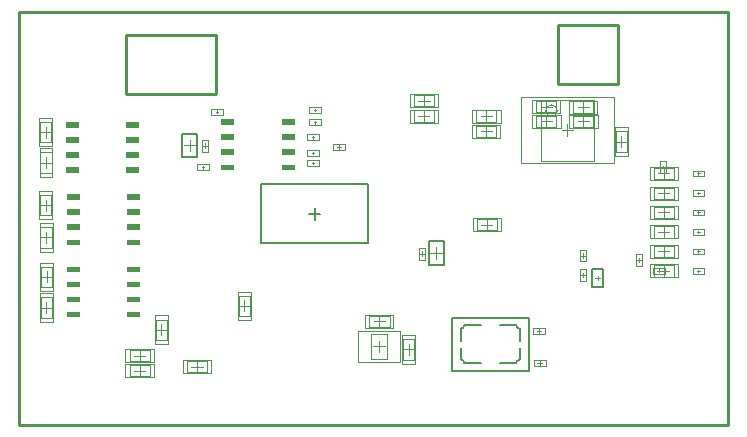
<source format=gm1>
G04*
G04 #@! TF.GenerationSoftware,Altium Limited,Altium Designer,18.0.12 (696)*
G04*
G04 Layer_Color=16711935*
%FSLAX44Y44*%
%MOMM*%
G71*
G01*
G75*
%ADD14C,0.2540*%
%ADD15C,0.2000*%
%ADD19C,0.1270*%
%ADD20C,0.1000*%
%ADD21C,0.0500*%
G36*
X233180Y253840D02*
X222198D01*
Y258759D01*
X233180D01*
Y253840D01*
D02*
G37*
G36*
X182180D02*
X171085D01*
Y258806D01*
X182180D01*
Y253840D01*
D02*
G37*
G36*
X101704Y251804D02*
X90722D01*
Y256723D01*
X101704D01*
Y251804D01*
D02*
G37*
G36*
X50704D02*
X39609D01*
Y256770D01*
X50704D01*
Y251804D01*
D02*
G37*
G36*
X233180Y241140D02*
X222216D01*
Y246056D01*
X233180D01*
Y241140D01*
D02*
G37*
G36*
X182180D02*
X171096D01*
Y246064D01*
X182180D01*
Y241140D01*
D02*
G37*
G36*
X101704Y239104D02*
X90740D01*
Y244020D01*
X101704D01*
Y239104D01*
D02*
G37*
G36*
X50704D02*
X39620D01*
Y244028D01*
X50704D01*
Y239104D01*
D02*
G37*
G36*
X233180Y228440D02*
X222227D01*
Y233331D01*
X233180D01*
Y228440D01*
D02*
G37*
G36*
X182180D02*
X171150D01*
Y233336D01*
X182180D01*
Y228440D01*
D02*
G37*
G36*
X101704Y226404D02*
X90751D01*
Y231295D01*
X101704D01*
Y226404D01*
D02*
G37*
G36*
X50704D02*
X39674D01*
Y231300D01*
X50704D01*
Y226404D01*
D02*
G37*
G36*
X233180Y215740D02*
X222219D01*
Y220607D01*
X233180D01*
Y215740D01*
D02*
G37*
G36*
X182180D02*
X171150D01*
Y220624D01*
X182180D01*
Y215740D01*
D02*
G37*
G36*
X101704Y213704D02*
X90743D01*
Y218571D01*
X101704D01*
Y213704D01*
D02*
G37*
G36*
X50704D02*
X39674D01*
Y218588D01*
X50704D01*
Y213704D01*
D02*
G37*
G36*
X102212Y190336D02*
X91230D01*
Y195255D01*
X102212D01*
Y190336D01*
D02*
G37*
G36*
X51212D02*
X40117D01*
Y195302D01*
X51212D01*
Y190336D01*
D02*
G37*
G36*
X102212Y177636D02*
X91248D01*
Y182552D01*
X102212D01*
Y177636D01*
D02*
G37*
G36*
X51212D02*
X40128D01*
Y182560D01*
X51212D01*
Y177636D01*
D02*
G37*
G36*
X102212Y164936D02*
X91259D01*
Y169827D01*
X102212D01*
Y164936D01*
D02*
G37*
G36*
X51212D02*
X40182D01*
Y169832D01*
X51212D01*
Y164936D01*
D02*
G37*
G36*
X102212Y152236D02*
X91251D01*
Y157103D01*
X102212D01*
Y152236D01*
D02*
G37*
G36*
X51212D02*
X40182D01*
Y157120D01*
X51212D01*
Y152236D01*
D02*
G37*
G36*
X102356Y129204D02*
X91374D01*
Y134123D01*
X102356D01*
Y129204D01*
D02*
G37*
G36*
X51356D02*
X40261D01*
Y134170D01*
X51356D01*
Y129204D01*
D02*
G37*
G36*
X102356Y116504D02*
X91392D01*
Y121420D01*
X102356D01*
Y116504D01*
D02*
G37*
G36*
X51356D02*
X40272D01*
Y121428D01*
X51356D01*
Y116504D01*
D02*
G37*
G36*
X102356Y103804D02*
X91403D01*
Y108695D01*
X102356D01*
Y103804D01*
D02*
G37*
G36*
X51356D02*
X40326D01*
Y108700D01*
X51356D01*
Y103804D01*
D02*
G37*
G36*
X102356Y91104D02*
X91395D01*
Y95971D01*
X102356D01*
Y91104D01*
D02*
G37*
G36*
X51356D02*
X40326D01*
Y95988D01*
X51356D01*
Y91104D01*
D02*
G37*
D14*
X166190Y280468D02*
Y330252D01*
X89990D02*
X166190D01*
X89990Y280468D02*
Y330252D01*
Y280468D02*
X166190D01*
X455930Y338836D02*
X506730D01*
Y289052D02*
Y338836D01*
X455930Y289052D02*
X506730D01*
X455930D02*
Y338836D01*
X166190Y280468D02*
Y330252D01*
X89990D02*
X166190D01*
X89990Y280468D02*
Y330252D01*
Y280468D02*
X166190D01*
X455930Y338836D02*
X506730D01*
Y289052D02*
Y338836D01*
X455930Y289052D02*
X506730D01*
X455930D02*
Y338836D01*
X0Y0D02*
X600000D01*
X0D02*
Y350000D01*
X600000D01*
Y0D02*
Y350000D01*
D15*
X346810Y135796D02*
X359310D01*
Y155796D01*
X346810D02*
X359310D01*
X346810Y135796D02*
Y155796D01*
X205000Y153900D02*
X225000D01*
X205000D02*
Y203900D01*
X295000D01*
Y153900D02*
Y203900D01*
X225000Y153900D02*
X295000D01*
X150522Y226728D02*
Y246728D01*
X138022Y226728D02*
X150522D01*
X138022D02*
Y246728D01*
X150522D01*
X485307Y116710D02*
X493807D01*
Y132210D01*
X485307D02*
X493807D01*
X485307Y116710D02*
Y132210D01*
X250000Y173900D02*
Y183900D01*
Y178900D02*
Y183900D01*
X245000Y178900D02*
X250000D01*
X245000D02*
X255000D01*
D19*
X423780Y55580D02*
G03*
X420780Y52580I0J-3000D01*
G01*
X376780D02*
G03*
X373780Y55580I-3000J0D01*
G01*
X420780Y84580D02*
G03*
X423780Y81580I3000J0D01*
G01*
X373780D02*
G03*
X376780Y84580I0J3000D01*
G01*
X366280Y46080D02*
Y91080D01*
X431280D01*
Y46080D02*
Y91080D01*
X366280Y46080D02*
X431280D01*
X423780Y55580D02*
Y65580D01*
X406780Y52580D02*
X420780D01*
X376780D02*
X390780D01*
X373780Y55580D02*
Y65580D01*
X423780Y71580D02*
Y81580D01*
X406780Y84580D02*
X420780D01*
X376780D02*
X390780D01*
X373780Y71580D02*
Y81580D01*
X423780Y55580D02*
G03*
X420780Y52580I0J-3000D01*
G01*
X376780D02*
G03*
X373780Y55580I-3000J0D01*
G01*
X420780Y84580D02*
G03*
X423780Y81580I3000J0D01*
G01*
X373780D02*
G03*
X376780Y84580I0J3000D01*
G01*
X366280Y46080D02*
Y91080D01*
X431280D01*
Y46080D02*
Y91080D01*
X366280Y46080D02*
X431280D01*
X423780Y55580D02*
Y65580D01*
X406780Y52580D02*
X420780D01*
X376780D02*
X390780D01*
X373780Y55580D02*
Y65580D01*
X423780Y71580D02*
Y81580D01*
X406780Y84580D02*
X420780D01*
X376780D02*
X390780D01*
X373780Y71580D02*
Y81580D01*
D20*
X455602Y266004D02*
G03*
X455602Y266004I-5000J0D01*
G01*
X338368Y140034D02*
X343368D01*
Y150034D01*
X338368D02*
X343368D01*
X338368Y140034D02*
Y150034D01*
X265764Y237958D02*
X275764D01*
X265764Y232958D02*
Y237958D01*
Y232958D02*
X275764D01*
Y237958D01*
X141618Y44780D02*
Y54280D01*
X159118Y44780D02*
Y54280D01*
X141618Y44780D02*
X159118D01*
X141618Y54280D02*
X159118D01*
X185750Y92518D02*
X195250D01*
X185750Y109518D02*
X195250D01*
Y92518D02*
Y109518D01*
X185750Y92518D02*
Y109518D01*
X522010Y134700D02*
X527010D01*
X522010D02*
Y144700D01*
X527010D01*
Y134700D02*
Y144700D01*
X536274Y128310D02*
Y133310D01*
X546274D01*
Y128310D02*
Y133310D01*
X536274Y128310D02*
X546274D01*
X542850Y213440D02*
X547850D01*
X542850D02*
Y223440D01*
X547850D01*
Y213440D02*
Y223440D01*
X387232Y164749D02*
Y174249D01*
X404232Y164749D02*
Y174249D01*
X387232Y164749D02*
X404232D01*
X387232Y174249D02*
X404232D01*
X245190Y264200D02*
Y269200D01*
Y264200D02*
X255190D01*
Y269200D01*
X245190D02*
X255190D01*
Y253790D02*
Y258790D01*
X245190D02*
X255190D01*
X245190Y253790D02*
Y258790D01*
Y253790D02*
X255190D01*
X253666Y241086D02*
Y246086D01*
X243666D02*
X253666D01*
X243666Y241086D02*
Y246086D01*
Y241086D02*
X253666D01*
Y227878D02*
Y232878D01*
X243666D02*
X253666D01*
X243666Y227878D02*
Y232878D01*
Y227878D02*
X253666D01*
X243666Y219496D02*
Y224496D01*
Y219496D02*
X253666D01*
Y224496D01*
X243666D02*
X253666D01*
X159868Y231474D02*
Y241474D01*
X154868Y231474D02*
X159868D01*
X154868D02*
Y241474D01*
X159868D01*
X150496Y215690D02*
X160496D01*
X150496D02*
Y220690D01*
X160496D01*
Y215690D02*
Y220690D01*
X162132Y267930D02*
X172132D01*
Y262930D02*
Y267930D01*
X162132Y262930D02*
X172132D01*
X162132D02*
Y267930D01*
X569980Y166000D02*
X579980D01*
Y161000D02*
Y166000D01*
X569980Y161000D02*
X579980D01*
X569980D02*
Y166000D01*
Y149490D02*
X579980D01*
Y144490D02*
Y149490D01*
X569980Y144490D02*
X579980D01*
X569980D02*
Y149490D01*
Y132980D02*
X579980D01*
Y127980D02*
Y132980D01*
X569980Y127980D02*
X579980D01*
X569980D02*
Y132980D01*
Y215530D02*
X579980D01*
Y210530D02*
Y215530D01*
X569980Y210530D02*
X579980D01*
X569980D02*
Y215530D01*
Y198870D02*
X579980D01*
Y193870D02*
Y198870D01*
X569980Y193870D02*
X579980D01*
X569980D02*
Y198870D01*
Y182510D02*
X579980D01*
Y177510D02*
Y182510D01*
X569980Y177510D02*
X579980D01*
X569980D02*
Y182510D01*
X537150Y168250D02*
X554150D01*
X537150Y158750D02*
X554150D01*
X537150D02*
Y168250D01*
X554150Y158750D02*
Y168250D01*
X537150Y151740D02*
X554150D01*
X537150Y142240D02*
X554150D01*
X537150D02*
Y151740D01*
X554150Y142240D02*
Y151740D01*
X537150Y135230D02*
X554150D01*
X537150Y125730D02*
X554150D01*
X537150D02*
Y135230D01*
X554150Y125730D02*
Y135230D01*
X537150Y217780D02*
X554150D01*
X537150Y208280D02*
X554150D01*
X537150D02*
Y217780D01*
X554150Y208280D02*
Y217780D01*
X537150Y201120D02*
X554150D01*
X537150Y191620D02*
X554150D01*
X537150D02*
Y201120D01*
X554150Y191620D02*
Y201120D01*
X537150Y184760D02*
X554150D01*
X537150Y175260D02*
X554150D01*
X537150D02*
Y184760D01*
X554150Y175260D02*
Y184760D01*
X475020Y122000D02*
Y132000D01*
X480020D01*
Y122000D02*
Y132000D01*
X475020Y122000D02*
X480020D01*
X474436Y138510D02*
Y148510D01*
X479436D01*
Y138510D02*
Y148510D01*
X474436Y138510D02*
X479436D01*
X434968Y77510D02*
X444968D01*
X434968D02*
Y82510D01*
X444968D01*
Y77510D02*
Y82510D01*
X435690Y50284D02*
X445690D01*
X435690D02*
Y55284D01*
X445690D01*
Y50284D02*
Y55284D01*
X468871Y273990D02*
X485872D01*
X468871Y264490D02*
X485872D01*
Y273990D01*
X468871Y264490D02*
Y273990D01*
X437646Y274244D02*
X454646D01*
X437646Y264744D02*
X454646D01*
Y274244D01*
X437646Y264744D02*
Y274244D01*
X437724Y261939D02*
X454724D01*
X437724Y252439D02*
X454724D01*
Y261939D01*
X437724Y252439D02*
Y261939D01*
X486063Y252298D02*
Y261798D01*
X469063Y252298D02*
Y261798D01*
X486063D01*
X469063Y252298D02*
X486063D01*
X386978Y266370D02*
X403978D01*
X386978Y256870D02*
X403978D01*
Y266370D01*
X386978Y256870D02*
Y266370D01*
X386822Y253550D02*
X403822D01*
X386822Y244050D02*
X403822D01*
Y253550D01*
X386822Y244050D02*
Y253550D01*
X334146Y269824D02*
X351146D01*
X334146Y279324D02*
X351146D01*
X334146Y269824D02*
Y279324D01*
X351146Y269824D02*
Y279324D01*
X333892Y256870D02*
X350892D01*
X333892Y266370D02*
X350892D01*
X333892Y256870D02*
Y266370D01*
X350892Y256870D02*
Y266370D01*
X17856Y213446D02*
Y230946D01*
X27356Y213446D02*
Y230946D01*
X17856Y213446D02*
X27356D01*
X17856Y230946D02*
X27356D01*
X296050Y92634D02*
X313550D01*
X296050Y83134D02*
X313550D01*
X296050D02*
Y92634D01*
X313550Y83134D02*
Y92634D01*
X324942Y55508D02*
Y72508D01*
X334442Y55508D02*
Y72508D01*
X324942Y55508D02*
X334442D01*
X324942Y72508D02*
X334442D01*
X311546Y55798D02*
Y77298D01*
X297546Y55798D02*
Y77298D01*
Y55798D02*
X311546D01*
X297546Y77298D02*
X311546D01*
X125146Y72367D02*
Y89367D01*
X115646Y72367D02*
Y89367D01*
X125146D01*
X115646Y72367D02*
X125146D01*
X514394Y231258D02*
Y248758D01*
X504893Y231258D02*
Y248758D01*
X514394D01*
X504893Y231258D02*
X514394D01*
X441602Y224004D02*
Y275004D01*
X486601Y224004D02*
Y275004D01*
X441602D02*
X486601D01*
X441602Y224004D02*
X486601D01*
X110354Y41462D02*
Y50962D01*
X93354Y41462D02*
Y50962D01*
X110354D01*
X93354Y41462D02*
X110354D01*
Y53924D02*
Y63424D01*
X93354Y53924D02*
Y63424D01*
X110354D01*
X93354Y53924D02*
X110354D01*
X18230Y108176D02*
X27730D01*
X18230Y90676D02*
X27730D01*
Y108176D01*
X18230Y90676D02*
Y108176D01*
X17900Y167714D02*
X27400D01*
X17900Y150214D02*
X27400D01*
Y167714D01*
X17900Y150214D02*
Y167714D01*
X17653Y256496D02*
X27153D01*
X17653Y239496D02*
X27153D01*
Y256496D01*
X17653Y239496D02*
Y256496D01*
X17448Y177629D02*
Y194629D01*
X26948Y177629D02*
Y194629D01*
X17448Y177629D02*
X26948D01*
X17448Y194629D02*
X26948D01*
X18409Y116976D02*
Y133976D01*
X27909Y116976D02*
Y133976D01*
X18409Y116976D02*
X27909D01*
X18409Y133976D02*
X27909D01*
X348060Y145796D02*
X358060D01*
X353060Y140796D02*
Y150796D01*
X340868Y143034D02*
Y147034D01*
X338868Y145034D02*
X342868D01*
X270764Y233458D02*
Y237458D01*
X268764Y235458D02*
X272764D01*
X138368Y44030D02*
Y55030D01*
X162368Y44030D02*
Y55030D01*
X138368Y44030D02*
X162368D01*
X138368Y55030D02*
X162368D01*
X145618Y49530D02*
X155118D01*
X150368Y44780D02*
Y54280D01*
X185000Y89018D02*
X196000D01*
X185000Y113018D02*
X196000D01*
Y89018D02*
Y113018D01*
X185000Y89018D02*
Y113018D01*
X190500Y96268D02*
Y105768D01*
X185750Y101018D02*
X195250D01*
X524510Y137700D02*
Y141700D01*
X522510Y139700D02*
X526510D01*
X383732Y163999D02*
Y174999D01*
X407732Y163999D02*
Y174999D01*
X383732Y163999D02*
X407732D01*
X383732Y174999D02*
X407732D01*
X390982Y169499D02*
X400482D01*
X395732Y164749D02*
Y174249D01*
X155368Y236474D02*
X159368D01*
X157368Y234474D02*
Y238474D01*
X144272Y231728D02*
Y241728D01*
X139272Y236728D02*
X149272D01*
X545650Y158750D02*
Y168250D01*
X540900Y163500D02*
X550400D01*
X533650Y169000D02*
X557650D01*
X533650Y158000D02*
X557650D01*
X533650D02*
Y169000D01*
X557650Y158000D02*
Y169000D01*
X545650Y142240D02*
Y151740D01*
X540900Y146990D02*
X550400D01*
X533650Y152490D02*
X557650D01*
X533650Y141490D02*
X557650D01*
X533650D02*
Y152490D01*
X557650Y141490D02*
Y152490D01*
X545650Y125730D02*
Y135230D01*
X540900Y130480D02*
X550400D01*
X533650Y135980D02*
X557650D01*
X533650Y124980D02*
X557650D01*
X533650D02*
Y135980D01*
X557650Y124980D02*
Y135980D01*
X545650Y208280D02*
Y217780D01*
X540900Y213030D02*
X550400D01*
X533650Y218530D02*
X557650D01*
X533650Y207530D02*
X557650D01*
X533650D02*
Y218530D01*
X557650Y207530D02*
Y218530D01*
X545650Y191620D02*
Y201120D01*
X540900Y196370D02*
X550400D01*
X533650Y201870D02*
X557650D01*
X533650Y190870D02*
X557650D01*
X533650D02*
Y201870D01*
X557650Y190870D02*
Y201870D01*
X545650Y175260D02*
Y184760D01*
X540900Y180010D02*
X550400D01*
X533650Y185510D02*
X557650D01*
X533650Y174510D02*
X557650D01*
X533650D02*
Y185510D01*
X557650Y174510D02*
Y185510D01*
X489557Y122460D02*
Y126460D01*
X487557Y124460D02*
X491557D01*
X475520Y127000D02*
X479520D01*
X477520Y125000D02*
Y129000D01*
X474936Y143510D02*
X478936D01*
X476936Y141510D02*
Y145510D01*
X439968Y78010D02*
Y82010D01*
X437968Y80010D02*
X441968D01*
X440690Y50784D02*
Y54784D01*
X438690Y52784D02*
X442690D01*
X477371Y264490D02*
Y273990D01*
X472621Y269240D02*
X482122D01*
X465372Y274740D02*
X489371D01*
X465372Y263740D02*
X489371D01*
Y274740D01*
X465372Y263740D02*
Y274740D01*
X446147Y264744D02*
Y274244D01*
X441397Y269494D02*
X450896D01*
X434147Y274994D02*
X458147D01*
X434147Y263994D02*
X458147D01*
Y274994D01*
X434147Y263994D02*
Y274994D01*
X446224Y252439D02*
Y261939D01*
X441474Y257189D02*
X450974D01*
X434224Y262689D02*
X458224D01*
X434224Y251689D02*
X458224D01*
Y262689D01*
X434224Y251689D02*
Y262689D01*
X489563Y251548D02*
Y262548D01*
X465564Y251548D02*
Y262548D01*
X489563D01*
X465564Y251548D02*
X489563D01*
X472813Y257048D02*
X482313D01*
X477564Y252298D02*
Y261798D01*
X395478Y256870D02*
Y266370D01*
X390728Y261620D02*
X400228D01*
X383478Y267120D02*
X407478D01*
X383478Y256120D02*
X407478D01*
Y267120D01*
X383478Y256120D02*
Y267120D01*
X395322Y244050D02*
Y253550D01*
X390572Y248800D02*
X400072D01*
X383322Y254300D02*
X407322D01*
X383322Y243300D02*
X407322D01*
Y254300D01*
X383322Y243300D02*
Y254300D01*
X342646Y269824D02*
Y279324D01*
X337896Y274574D02*
X347396D01*
X330646Y269074D02*
X354646D01*
X330646Y280074D02*
X354646D01*
X330646Y269074D02*
Y280074D01*
X354646Y269074D02*
Y280074D01*
X342392Y256870D02*
Y266370D01*
X337642Y261620D02*
X347142D01*
X330392Y256120D02*
X354392D01*
X330392Y267120D02*
X354392D01*
X330392Y256120D02*
Y267120D01*
X354392Y256120D02*
Y267120D01*
X17856Y222196D02*
X27356D01*
X22606Y217446D02*
Y226946D01*
X17106Y210196D02*
Y234196D01*
X28106Y210196D02*
Y234196D01*
X17106Y210196D02*
X28106D01*
X17106Y234196D02*
X28106D01*
X304800Y83134D02*
Y92634D01*
X300050Y87884D02*
X309550D01*
X292800Y93384D02*
X316800D01*
X292800Y82384D02*
X316800D01*
X292800D02*
Y93384D01*
X316800Y82384D02*
Y93384D01*
X324942Y64008D02*
X334442D01*
X329692Y59258D02*
Y68758D01*
X324192Y52008D02*
Y76008D01*
X335192Y52008D02*
Y76008D01*
X324192Y52008D02*
X335192D01*
X324192Y76008D02*
X335192D01*
X299546Y66548D02*
X309546D01*
X304546Y61548D02*
Y71548D01*
X115646Y80867D02*
X125146D01*
X120396Y76117D02*
Y85617D01*
X125896Y68867D02*
Y92867D01*
X114896Y68867D02*
Y92867D01*
X125896D01*
X114896Y68867D02*
X125896D01*
X504893Y240008D02*
X514394D01*
X509644Y235258D02*
Y244758D01*
X515144Y228008D02*
Y252008D01*
X504143Y228008D02*
Y252008D01*
X515144D01*
X504143Y228008D02*
X515144D01*
X459101Y249504D02*
X469102D01*
X464101Y244504D02*
Y254504D01*
X113854Y40712D02*
Y51712D01*
X89854Y40712D02*
Y51712D01*
X113854D01*
X89854Y40712D02*
X113854D01*
X97104Y46212D02*
X106604D01*
X101854Y41462D02*
Y50962D01*
X113854Y53174D02*
Y64174D01*
X89854Y53174D02*
Y64174D01*
X113854D01*
X89854Y53174D02*
X113854D01*
X97104Y58674D02*
X106604D01*
X101854Y53924D02*
Y63424D01*
X17480Y111426D02*
X28480D01*
X17480Y87426D02*
X28480D01*
Y111426D01*
X17480Y87426D02*
Y111426D01*
X22980Y94676D02*
Y104176D01*
X18230Y99426D02*
X27730D01*
X17150Y170964D02*
X28150D01*
X17150Y146964D02*
X28150D01*
Y170964D01*
X17150Y146964D02*
Y170964D01*
X22650Y154214D02*
Y163714D01*
X17900Y158964D02*
X27400D01*
X16903Y259996D02*
X27903D01*
X16903Y235996D02*
X27903D01*
Y259996D01*
X16903Y235996D02*
Y259996D01*
X22403Y243246D02*
Y252746D01*
X17653Y247996D02*
X27153D01*
X17448Y186129D02*
X26948D01*
X22198Y181379D02*
Y190879D01*
X16698Y174129D02*
Y198129D01*
X27698Y174129D02*
Y198129D01*
X16698Y174129D02*
X27698D01*
X16698Y198129D02*
X27698D01*
X18409Y125476D02*
X27909D01*
X23159Y120726D02*
Y130226D01*
X17659Y113476D02*
Y137476D01*
X28659Y113476D02*
Y137476D01*
X17659Y113476D02*
X28659D01*
X17659Y137476D02*
X28659D01*
D21*
X540274Y130810D02*
X542274D01*
X541274Y129810D02*
Y131810D01*
X545350Y217440D02*
Y219440D01*
X544350Y218440D02*
X546350D01*
X249190Y266700D02*
X251190D01*
X250190Y265700D02*
Y267700D01*
X249190Y256290D02*
X251190D01*
X250190Y255290D02*
Y257290D01*
X247666Y243586D02*
X249666D01*
X248666Y242586D02*
Y244586D01*
X247666Y230378D02*
X249666D01*
X248666Y229378D02*
Y231378D01*
X247666Y221996D02*
X249666D01*
X248666Y220996D02*
Y222996D01*
X155496Y217190D02*
Y219190D01*
X154496Y218190D02*
X156496D01*
X167132Y264430D02*
Y266430D01*
X166132Y265430D02*
X168132D01*
X574980Y162500D02*
Y164500D01*
X573980Y163500D02*
X575980D01*
X574980Y145990D02*
Y147990D01*
X573980Y146990D02*
X575980D01*
X574980Y129480D02*
Y131480D01*
X573980Y130480D02*
X575980D01*
X574980Y212030D02*
Y214030D01*
X573980Y213030D02*
X575980D01*
X574980Y195370D02*
Y197370D01*
X573980Y196370D02*
X575980D01*
X574980Y179010D02*
Y181010D01*
X573980Y180010D02*
X575980D01*
X322546Y53048D02*
Y80048D01*
X286546Y53048D02*
Y80048D01*
Y53048D02*
X322546D01*
X286546Y80048D02*
X322546D01*
X425102Y221504D02*
Y277504D01*
X503102Y221504D02*
Y277504D01*
X425102D02*
X503102D01*
X425102Y221504D02*
X503102D01*
M02*

</source>
